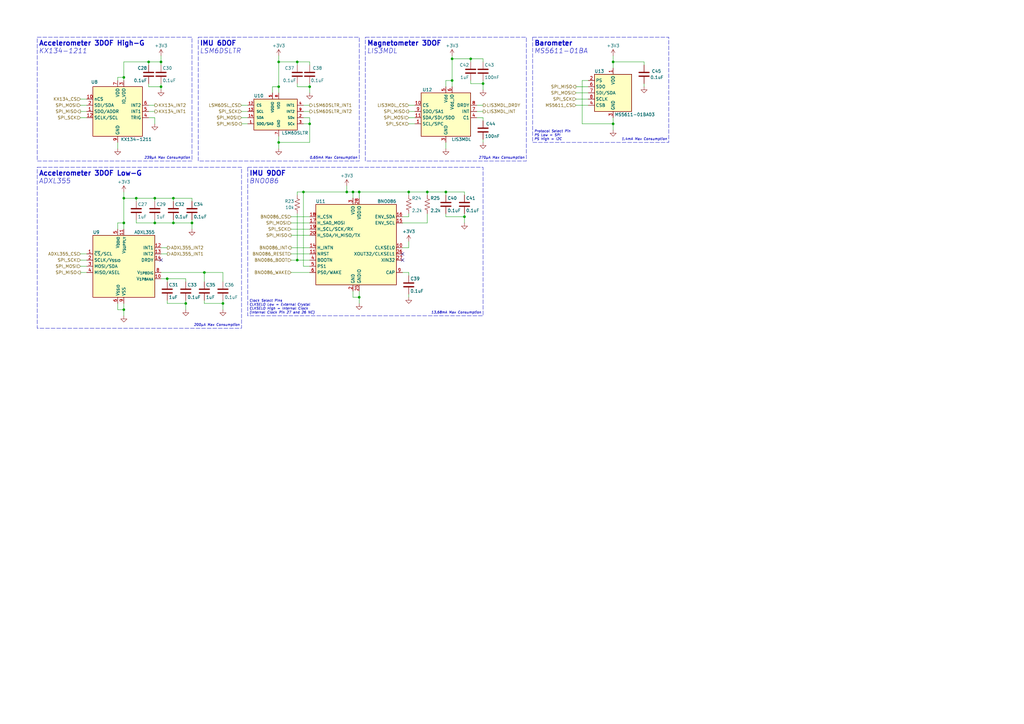
<source format=kicad_sch>
(kicad_sch (version 20231120) (generator "eeschema") (generator_version "8.0")
  (paper "A3")
  (title_block (title "MIDAS Sensors MK2") (date "2024-09-03") (rev "A") (company "Illinois Space Society") (comment 4 "Contributors: Peter Giannetos, Quinn Athas"))
  (lib_symbols
    (symbol "Device:C" (pin_numbers hide) (pin_names (offset 0.254))
      (property "Reference" "C" (at 0.635 2.54 0))
      (property "Value" "C" (at 0.635 -2.54 0))
      (symbol "C_0_1"
        (polyline (pts (xy -2.032 -0.762) (xy 2.032 -0.762)) (stroke (width 0.508)))
        (polyline (pts (xy -2.032 0.762) (xy 2.032 0.762)) (stroke (width 0.508)))
      )
      (symbol "C_1_1"
        (pin passive line (at 0 3.81 270) (length 2.794) (name "~") (number "1"))
        (pin passive line (at 0 -3.81 90) (length 2.794) (name "~") (number "2"))
      )
    )
    (symbol "Device:R_US" (pin_numbers hide) (pin_names (offset 0))
      (property "Reference" "R" (at 2.54 0 90))
      (property "Value" "R_US" (at -2.54 0 90))
      (symbol "R_US_0_1"
        (polyline (pts (xy 0 -2.286) (xy 0 -2.54)))
        (polyline (pts (xy 0 2.286) (xy 0 2.54)))
        (polyline (pts (xy 0 -0.762) (xy 1.016 -1.143) (xy 0 -1.524) (xy -1.016 -1.905) (xy 0 -2.286)))
        (polyline (pts (xy 0 0.762) (xy 1.016 0.381) (xy 0 0) (xy -1.016 -0.381) (xy 0 -0.762)))
        (polyline (pts (xy 0 2.286) (xy 1.016 1.905) (xy 0 1.524) (xy -1.016 1.143) (xy 0 0.762)))
      )
      (symbol "R_US_1_1"
        (pin passive line (at 0 3.81 270) (length 1.27) (name "~") (number "1"))
        (pin passive line (at 0 -3.81 90) (length 1.27) (name "~") (number "2"))
      )
    )
    (symbol "Sensor_Pressure:MS5611-01BA"
      (property "Reference" "U" (at -6.35 8.89 0))
      (property "Value" "MS5611-01BA" (at 7.62 8.89 0))
      (symbol "MS5611-01BA_0_1"
        (rectangle (start -7.62 7.62) (end 7.62 -7.62) (stroke (width 0.254)) (fill (type background)))
      )
      (symbol "MS5611-01BA_1_1"
        (pin power_in line (at 0 10.16 270) (length 2.54) (name "VDD") (number "1"))
        (pin input line (at -10.16 5.08 0) (length 2.54) (name "PS") (number "2"))
        (pin power_in line (at 0 -10.16 90) (length 2.54) (name "GND") (number "3"))
        (pin input line (at -10.16 -5.08 0) (length 2.54) (name "CSB") (number "4"))
        (pin input line (at -10.16 -5.08 0) (length 2.54) hide (name "CSB") (number "5"))
        (pin output line (at -10.16 2.54 0) (length 2.54) (name "SDO") (number "6"))
        (pin bidirectional line (at -10.16 0 0) (length 2.54) (name "SDI/SDA") (number "7"))
        (pin input line (at -10.16 -2.54 0) (length 2.54) (name "SCLK") (number "8"))
      )
    )
    (symbol "Sensors_Motion_Analog:ADXL355"
      (property "Reference" "U" (at -12.7 13.97 0))
      (property "Value" "ADXL355" (at 12.7 13.97 0))
      (symbol "ADXL355_0_0"
        (pin input line (at -15.24 5.08 0) (length 2.54) (name "~{CS}/SCL") (number "1"))
        (pin unspecified line (at 15.24 -5.08 180) (length 2.54) (name "V_{1P8ANA}") (number "10"))
        (pin power_in line (at 0 15.24 270) (length 2.54) (name "V_{SUPPLY}") (number "11"))
        (pin output line (at 15.24 7.62 180) (length 2.54) (name "INT1") (number "12"))
        (pin output line (at 15.24 5.08 180) (length 2.54) (name "INT2") (number "13"))
        (pin output line (at 15.24 2.54 180) (length 2.54) (name "DRDY") (number "14"))
        (pin input line (at -15.24 2.54 0) (length 2.54) (name "SCLK/V_{SSIO}") (number "2"))
        (pin bidirectional line (at -15.24 0 0) (length 2.54) (name "MOSI/SDA") (number "3"))
        (pin bidirectional line (at -15.24 -2.54 0) (length 2.54) (name "MISO/ASEL") (number "4"))
        (pin power_in line (at -2.54 15.24 270) (length 2.54) (name "V_{DDIO}") (number "5"))
        (pin power_in line (at -2.54 -15.24 90) (length 2.54) (name "V_{SSIO}") (number "6"))
        (pin unspecified line (at 15.24 -2.54 180) (length 2.54) (name "V_{1P8DIG}") (number "8"))
        (pin power_in line (at 0 -15.24 90) (length 2.54) (name "VSS") (number "9"))
      )
      (symbol "ADXL355_1_0"
        (pin no_connect line (at -15.24 -5.08 0) (length 2.54) hide (name "RESERVED") (number "7"))
      )
      (symbol "ADXL355_1_1"
        (rectangle (start -12.7 12.7) (end 12.7 -12.7) (stroke (width 0.254)) (fill (type background)))
      )
    )
    (symbol "Sensors_Motion_CEVA:BNO086"
      (property "Reference" "U" (at -15.24 16.51 0))
      (property "Value" "BNO086" (at 17.78 16.51 0))
      (symbol "BNO086_1_0"
        (pin no_connect line (at 20.32 -15.24 180) (length 2.54) hide (name "RESV_NC") (number "1"))
        (pin no_connect line (at 20.32 -15.24 180) (length 2.54) hide (name "RESV_NC") (number "12"))
        (pin no_connect line (at 20.32 -15.24 180) (length 2.54) hide (name "RESV_NC") (number "13"))
        (pin no_connect line (at 20.32 -15.24 180) (length 2.54) hide (name "RESV_NC") (number "21"))
        (pin no_connect line (at 20.32 -15.24 180) (length 2.54) hide (name "RESV_NC") (number "22"))
        (pin no_connect line (at 20.32 -15.24 180) (length 2.54) hide (name "RESV_NC") (number "23"))
        (pin no_connect line (at 20.32 -15.24 180) (length 2.54) hide (name "RESV_NC") (number "24"))
        (pin no_connect line (at 20.32 -15.24 180) (length 2.54) hide (name "RESV_NC") (number "7"))
        (pin no_connect line (at 20.32 -15.24 180) (length 2.54) hide (name "RESV_NC") (number "8"))
      )
      (symbol "BNO086_1_1"
        (rectangle (start -15.24 15.24) (end 17.78 -17.78) (stroke (width 0.254)) (fill (type background)))
        (pin input line (at 20.32 -2.54 180) (length 2.54) (name "CLKSEL0") (number "10"))
        (pin input line (at -17.78 -5.08 0) (length 2.54) (name "NRST") (number "11"))
        (pin output line (at -17.78 -2.54 0) (length 2.54) (name "H_INTN") (number "14"))
        (pin bidirectional line (at 20.32 7.62 180) (length 2.54) (name "ENV_SCL") (number "15"))
        (pin bidirectional line (at 20.32 10.16 180) (length 2.54) (name "ENV_SDA") (number "16"))
        (pin input line (at -17.78 7.62 0) (length 2.54) (name "H_SA0_MOSI") (number "17"))
        (pin input line (at -17.78 10.16 0) (length 2.54) (name "H_CSN") (number "18"))
        (pin bidirectional line (at -17.78 5.08 0) (length 2.54) (name "H_SCL/SCK/RX") (number "19"))
        (pin power_in line (at 0 -20.32 90) (length 2.54) (name "GND") (number "2"))
        (pin bidirectional line (at -17.78 2.54 0) (length 2.54) (name "H_SDA/H_MISO/TX") (number "20"))
        (pin power_in line (at 2.54 -20.32 90) (length 2.54) (name "GNDIO") (number "25"))
        (pin output line (at 20.32 -5.08 180) (length 2.54) (name "XOUT32/CLKSEL1") (number "26"))
        (pin input line (at 20.32 -7.62 180) (length 2.54) (name "XIN32") (number "27"))
        (pin power_in line (at 2.54 17.78 270) (length 2.54) (name "VDDIO") (number "28"))
        (pin power_in line (at 0 17.78 270) (length 2.54) (name "VDD") (number "3"))
        (pin input line (at -17.78 -7.62 0) (length 2.54) (name "BOOTN") (number "4"))
        (pin input line (at -17.78 -10.16 0) (length 2.54) (name "PS1") (number "5"))
        (pin input line (at -17.78 -12.7 0) (length 2.54) (name "PS0/WAKE") (number "6"))
        (pin passive line (at 20.32 -12.7 180) (length 2.54) (name "CAP") (number "9"))
      )
    )
    (symbol "Sensors_Motion_Kionix:KX134-1211"
      (property "Reference" "U" (at -10.16 12.065 0))
      (property "Value" "KX134-1211" (at 8.89 -12.065 0))
      (symbol "KX134-1211_0_0"
        (text "" (at -12.7 2.54 0) (effects (font (size 1.27 1.27))))
      )
      (symbol "KX134-1211_1_1"
        (rectangle (start -10.16 10.16) (end 10.16 -10.16) (stroke (width 0.254)) (fill (type background)))
        (pin bidirectional line (at -12.7 0 0) (length 2.54) (name "SDO/ADDR") (number "1"))
        (pin input line (at -12.7 5.08 0) (length 2.54) (name "nCS") (number "10"))
        (pin no_connect line (at 12.7 -7.62 180) (length 2.54) hide (name "NC") (number "11"))
        (pin input line (at -12.7 -2.54 0) (length 2.54) (name "SCLK/SCL") (number "12"))
        (pin bidirectional line (at -12.7 2.54 0) (length 2.54) (name "SDI/SDA") (number "2"))
        (pin power_in line (at 2.54 12.7 270) (length 2.54) (name "IO_VDD") (number "3"))
        (pin input line (at 12.7 -2.54 180) (length 2.54) (name "TRIG") (number "4"))
        (pin output line (at 12.7 0 180) (length 2.54) (name "INT1") (number "5"))
        (pin output line (at 12.7 2.54 180) (length 2.54) (name "INT2") (number "6"))
        (pin power_in line (at 0 12.7 270) (length 2.54) (name "VDD") (number "7"))
        (pin power_in line (at 0 -12.7 90) (length 2.54) hide (name "GND") (number "8"))
        (pin power_in line (at 0 -12.7 90) (length 2.54) (name "GND") (number "9"))
      )
    )
    (symbol "Sensors_Motion_STM:LIS3MDL"
      (property "Reference" "U" (at 9.525 11.43 0))
      (property "Value" "LIS3MDL" (at -7.62 11.43 0))
      (symbol "LIS3MDL_1_1"
        (rectangle (start -10.16 10.16) (end 10.16 -7.62) (stroke (width 0.254)) (fill (type background)))
        (pin input line (at -12.7 -2.54 0) (length 2.54) (name "SCL/SPC") (number "1"))
        (pin input line (at -12.7 5.08 0) (length 2.54) (name "CS") (number "10"))
        (pin input line (at -12.7 0 0) (length 2.54) (name "SDA/SDI/SDO") (number "11"))
        (pin power_in line (at 0 -10.16 90) (length 2.54) hide (name "Reserved") (number "12"))
        (pin power_in line (at 0 -10.16 90) (length 2.54) hide (name "Reserved") (number "2"))
        (pin power_in line (at 0 -10.16 90) (length 2.54) (name "GND") (number "3"))
        (pin input line (at 12.7 0 180) (length 2.54) (name "C1") (number "4"))
        (pin power_in line (at 0 12.7 270) (length 2.54) (name "Vdd") (number "5"))
        (pin power_in line (at 2.54 12.7 270) (length 2.54) (name "Vdd_IO") (number "6"))
        (pin output line (at 12.7 2.54 180) (length 2.54) (name "INT") (number "7"))
        (pin output line (at 12.7 5.08 180) (length 2.54) (name "DRDY") (number "8"))
        (pin output line (at -12.7 2.54 0) (length 2.54) (name "SDO/SA1") (number "9"))
      )
    )
    (symbol "Sensors_Motion_STM:LSM6DSLTR" (pin_names (offset 1.016))
      (property "Reference" "U" (at -10.1787 8.1437 0))
      (property "Value" "LSM6DSLTR" (at 1.27 8.255 0))
      (symbol "LSM6DSLTR_0_0"
        (pin bidirectional line (at -12.7 -2.54 0) (length 2.54) (name "SDO/SA0") (number "1"))
        (pin input line (at -12.7 5.08 0) (length 2.54) (name "CS") (number "12"))
        (pin bidirectional line (at 10.16 0 180) (length 2.54) (name "SDx") (number "2"))
        (pin bidirectional line (at 10.16 -2.54 180) (length 2.54) (name "SCx") (number "3"))
        (pin output line (at 10.16 5.08 180) (length 2.54) (name "INT1") (number "4"))
        (pin power_in line (at -2.54 10.16 270) (length 2.54) (name "VDDIO") (number "5"))
        (pin power_in line (at 0 10.16 270) (length 2.54) (name "VDD") (number "8"))
        (pin output line (at 10.16 2.54 180) (length 2.54) (name "INT2") (number "9"))
      )
      (symbol "LSM6DSLTR_1_0"
        (rectangle (start -10.16 7.62) (end 7.62 -5.08) (stroke (width 0.254)) (fill (type background)))
        (pin no_connect line (at 2.54 -7.62 90) (length 2.54) hide (name "NC") (number "10"))
        (pin no_connect line (at 2.54 -7.62 90) (length 2.54) hide (name "NC") (number "11"))
        (pin input line (at -12.7 2.54 0) (length 2.54) (name "SCL") (number "13"))
        (pin bidirectional line (at -12.7 0 0) (length 2.54) (name "SDA") (number "14"))
        (pin power_in line (at 0 -7.62 90) (length 2.54) hide (name "GND") (number "6"))
        (pin power_in line (at 0 -7.62 90) (length 2.54) (name "GND") (number "7"))
      )
    )
    (symbol "power:+3V3" (power) (pin_names (offset 0))
      (property "Value" "+3V3" (at 0 3.556 0))
      (symbol "+3V3_0_1"
        (polyline (pts (xy -0.762 1.27) (xy 0 2.54)))
        (polyline (pts (xy 0 0) (xy 0 2.54)))
        (polyline (pts (xy 0 2.54) (xy 0.762 1.27)))
      )
      (symbol "+3V3_1_1"
        (pin power_in line (at 0 0 90) (length 0) hide (name "+3V3") (number "1"))
      )
    )
    (symbol "power:GND" (power) (pin_names (offset 0))
      (property "Value" "GND" (at 0 -3.81 0))
      (symbol "GND_0_1"
        (polyline (pts (xy 0 0) (xy 0 -1.27) (xy 1.27 -1.27) (xy 0 -2.54) (xy -1.27 -1.27) (xy 0 -1.27)))
      )
      (symbol "GND_1_1"
        (pin power_in line (at 0 0 270) (length 0) hide (name "GND") (number "1"))
      )
    )
  )
  (junction (at 147.32 78.74))
  (junction (at 63.5 81.28))
  (junction (at 114.3 25.4))
  (junction (at 76.2 124.46))
  (junction (at 175.26 78.74))
  (junction (at 167.64 78.74))
  (junction (at 114.3 35.56))
  (junction (at 78.74 91.44))
  (junction (at 91.44 124.46))
  (junction (at 147.32 121.92))
  (junction (at 71.12 81.28))
  (junction (at 127 50.8))
  (junction (at 60.96 25.4))
  (junction (at 185.42 33.02))
  (junction (at 50.8 91.44))
  (junction (at 193.04 24.13))
  (junction (at 55.88 81.28))
  (junction (at 182.88 78.74))
  (junction (at 68.58 114.3))
  (junction (at 185.42 24.13))
  (junction (at 251.46 25.4))
  (junction (at 190.5 88.9))
  (junction (at 124.46 78.74))
  (junction (at 50.8 31.75))
  (junction (at 144.78 78.74))
  (junction (at 71.12 91.44))
  (junction (at 50.8 81.28))
  (junction (at 121.92 25.4))
  (junction (at 121.92 106.68))
  (junction (at 50.8 127))
  (junction (at 127 35.56))
  (junction (at 66.04 25.4))
  (junction (at 66.04 35.56))
  (junction (at 63.5 91.44))
  (junction (at 142.24 78.74))
  (junction (at 114.3 58.42))
  (junction (at 198.12 34.29))
  (junction (at 83.82 111.76))
  (junction (at 251.46 50.8))
  (no_connect (at 165.1 106.68))
  (no_connect (at 165.1 104.14))
  (no_connect (at 66.04 106.68))
  (wire (pts (xy 114.3 38.1) (xy 114.3 35.56)))
  (wire (pts (xy 33.02 48.26) (xy 35.56 48.26)))
  (wire (pts (xy 50.8 25.4) (xy 60.96 25.4)))
  (wire (pts (xy 91.44 127) (xy 91.44 124.46)))
  (wire (pts (xy 60.96 25.4) (xy 66.04 25.4)))
  (wire (pts (xy 119.38 91.44) (xy 127 91.44)))
  (wire (pts (xy 121.92 106.68) (xy 127 106.68)))
  (wire (pts (xy 198.12 33.02) (xy 198.12 34.29)))
  (wire (pts (xy 251.46 25.4) (xy 251.46 27.94)))
  (wire (pts (xy 236.22 38.1) (xy 241.3 38.1)))
  (wire (pts (xy 251.46 25.4) (xy 264.16 25.4)))
  (wire (pts (xy 251.46 50.8) (xy 251.46 48.26)))
  (wire (pts (xy 127 38.1) (xy 127 35.56)))
  (wire (pts (xy 198.12 57.15) (xy 198.12 58.42)))
  (wire (pts (xy 193.04 34.29) (xy 198.12 34.29)))
  (wire (pts (xy 60.96 35.56) (xy 60.96 34.29)))
  (wire (pts (xy 33.02 40.64) (xy 35.56 40.64)))
  (wire (pts (xy 121.92 25.4) (xy 121.92 26.67)))
  (wire (pts (xy 78.74 90.17) (xy 78.74 91.44)))
  (wire (pts (xy 48.26 124.46) (xy 48.26 127)))
  (wire (pts (xy 71.12 91.44) (xy 78.74 91.44)))
  (wire (pts (xy 238.76 50.8) (xy 251.46 50.8)))
  (wire (pts (xy 124.46 78.74) (xy 142.24 78.74)))
  (wire (pts (xy 251.46 53.34) (xy 251.46 50.8)))
  (wire (pts (xy 236.22 35.56) (xy 241.3 35.56)))
  (wire (pts (xy 147.32 78.74) (xy 147.32 81.28)))
  (wire (pts (xy 71.12 90.17) (xy 71.12 91.44)))
  (wire (pts (xy 147.32 119.38) (xy 147.32 121.92)))
  (wire (pts (xy 127 109.22) (xy 124.46 109.22)))
  (wire (pts (xy 66.04 104.14) (xy 68.58 104.14)))
  (wire (pts (xy 63.5 48.26) (xy 60.96 48.26)))
  (wire (pts (xy 114.3 58.42) (xy 114.3 60.96)))
  (wire (pts (xy 63.5 91.44) (xy 71.12 91.44)))
  (wire (pts (xy 33.02 45.72) (xy 35.56 45.72)))
  (wire (pts (xy 91.44 123.19) (xy 91.44 124.46)))
  (wire (pts (xy 198.12 36.83) (xy 198.12 34.29)))
  (wire (pts (xy 114.3 58.42) (xy 114.3 55.88)))
  (wire (pts (xy 198.12 48.26) (xy 198.12 49.53)))
  (wire (pts (xy 182.88 78.74) (xy 182.88 80.01)))
  (wire (pts (xy 165.1 91.44) (xy 175.26 91.44)))
  (wire (pts (xy 190.5 78.74) (xy 190.5 80.01)))
  (wire (pts (xy 185.42 33.02) (xy 185.42 24.13)))
  (wire (pts (xy 78.74 91.44) (xy 78.74 93.98)))
  (wire (pts (xy 66.04 25.4) (xy 66.04 26.67)))
  (wire (pts (xy 63.5 90.17) (xy 63.5 91.44)))
  (wire (pts (xy 50.8 25.4) (xy 50.8 31.75)))
  (wire (pts (xy 121.92 78.74) (xy 124.46 78.74)))
  (wire (pts (xy 76.2 114.3) (xy 76.2 115.57)))
  (wire (pts (xy 193.04 24.13) (xy 193.04 25.4)))
  (wire (pts (xy 114.3 25.4) (xy 114.3 35.56)))
  (wire (pts (xy 55.88 81.28) (xy 63.5 81.28)))
  (wire (pts (xy 99.06 45.72) (xy 101.6 45.72)))
  (wire (pts (xy 195.58 48.26) (xy 198.12 48.26)))
  (wire (pts (xy 167.64 78.74) (xy 175.26 78.74)))
  (wire (pts (xy 167.64 87.63) (xy 167.64 88.9)))
  (wire (pts (xy 167.64 48.26) (xy 170.18 48.26)))
  (wire (pts (xy 76.2 123.19) (xy 76.2 124.46)))
  (wire (pts (xy 144.78 81.28) (xy 144.78 78.74)))
  (wire (pts (xy 185.42 35.56) (xy 185.42 33.02)))
  (wire (pts (xy 50.8 91.44) (xy 50.8 93.98)))
  (wire (pts (xy 147.32 78.74) (xy 167.64 78.74)))
  (wire (pts (xy 241.3 33.02) (xy 238.76 33.02)))
  (wire (pts (xy 264.16 34.29) (xy 264.16 35.56)))
  (wire (pts (xy 147.32 121.92) (xy 147.32 124.46)))
  (wire (pts (xy 175.26 78.74) (xy 182.88 78.74)))
  (wire (pts (xy 48.26 93.98) (xy 48.26 91.44)))
  (wire (pts (xy 68.58 123.19) (xy 68.58 124.46)))
  (wire (pts (xy 167.64 120.65) (xy 167.64 121.92)))
  (wire (pts (xy 48.26 91.44) (xy 50.8 91.44)))
  (wire (pts (xy 182.88 78.74) (xy 190.5 78.74)))
  (wire (pts (xy 48.26 58.42) (xy 48.26 60.96)))
  (wire (pts (xy 50.8 124.46) (xy 50.8 127)))
  (wire (pts (xy 33.02 106.68) (xy 35.56 106.68)))
  (wire (pts (xy 60.96 35.56) (xy 66.04 35.56)))
  (wire (pts (xy 124.46 50.8) (xy 127 50.8)))
  (wire (pts (xy 71.12 81.28) (xy 71.12 82.55)))
  (wire (pts (xy 185.42 24.13) (xy 193.04 24.13)))
  (wire (pts (xy 124.46 45.72) (xy 127 45.72)))
  (wire (pts (xy 76.2 127) (xy 76.2 124.46)))
  (wire (pts (xy 66.04 114.3) (xy 68.58 114.3)))
  (wire (pts (xy 142.24 76.2) (xy 142.24 78.74)))
  (wire (pts (xy 127 35.56) (xy 127 34.29)))
  (wire (pts (xy 236.22 40.64) (xy 241.3 40.64)))
  (wire (pts (xy 124.46 48.26) (xy 127 48.26)))
  (wire (pts (xy 114.3 22.86) (xy 114.3 25.4)))
  (wire (pts (xy 167.64 45.72) (xy 170.18 45.72)))
  (wire (pts (xy 119.38 96.52) (xy 127 96.52)))
  (wire (pts (xy 91.44 111.76) (xy 91.44 115.57)))
  (wire (pts (xy 127 48.26) (xy 127 50.8)))
  (wire (pts (xy 66.04 111.76) (xy 83.82 111.76)))
  (wire (pts (xy 142.24 78.74) (xy 144.78 78.74)))
  (wire (pts (xy 71.12 81.28) (xy 78.74 81.28)))
  (wire (pts (xy 144.78 121.92) (xy 147.32 121.92)))
  (wire (pts (xy 190.5 91.44) (xy 190.5 88.9)))
  (wire (pts (xy 119.38 93.98) (xy 127 93.98)))
  (wire (pts (xy 63.5 81.28) (xy 71.12 81.28)))
  (wire (pts (xy 50.8 78.74) (xy 50.8 81.28)))
  (wire (pts (xy 238.76 33.02) (xy 238.76 50.8)))
  (wire (pts (xy 236.22 43.18) (xy 241.3 43.18)))
  (wire (pts (xy 55.88 90.17) (xy 55.88 91.44)))
  (wire (pts (xy 119.38 111.76) (xy 127 111.76)))
  (wire (pts (xy 251.46 22.86) (xy 251.46 25.4)))
  (wire (pts (xy 99.06 48.26) (xy 101.6 48.26)))
  (wire (pts (xy 33.02 111.76) (xy 35.56 111.76)))
  (wire (pts (xy 60.96 43.18) (xy 63.5 43.18)))
  (wire (pts (xy 198.12 24.13) (xy 198.12 25.4)))
  (wire (pts (xy 66.04 35.56) (xy 66.04 36.83)))
  (wire (pts (xy 190.5 87.63) (xy 190.5 88.9)))
  (wire (pts (xy 83.82 124.46) (xy 91.44 124.46)))
  (wire (pts (xy 68.58 114.3) (xy 76.2 114.3)))
  (wire (pts (xy 124.46 78.74) (xy 124.46 109.22)))
  (wire (pts (xy 48.26 127) (xy 50.8 127)))
  (wire (pts (xy 119.38 104.14) (xy 127 104.14)))
  (wire (pts (xy 48.26 31.75) (xy 50.8 31.75)))
  (wire (pts (xy 167.64 50.8) (xy 170.18 50.8)))
  (wire (pts (xy 121.92 35.56) (xy 121.92 34.29)))
  (wire (pts (xy 167.64 78.74) (xy 167.64 80.01)))
  (wire (pts (xy 127 25.4) (xy 127 26.67)))
  (wire (pts (xy 121.92 25.4) (xy 127 25.4)))
  (wire (pts (xy 144.78 119.38) (xy 144.78 121.92)))
  (wire (pts (xy 121.92 87.63) (xy 121.92 106.68)))
  (wire (pts (xy 33.02 104.14) (xy 35.56 104.14)))
  (wire (pts (xy 33.02 43.18) (xy 35.56 43.18)))
  (wire (pts (xy 121.92 35.56) (xy 127 35.56)))
  (wire (pts (xy 264.16 26.67) (xy 264.16 25.4)))
  (wire (pts (xy 66.04 35.56) (xy 66.04 34.29)))
  (wire (pts (xy 167.64 111.76) (xy 167.64 113.03)))
  (wire (pts (xy 127 50.8) (xy 127 58.42)))
  (wire (pts (xy 50.8 81.28) (xy 55.88 81.28)))
  (wire (pts (xy 48.26 33.02) (xy 48.26 31.75)))
  (wire (pts (xy 55.88 81.28) (xy 55.88 82.55)))
  (wire (pts (xy 165.1 101.6) (xy 167.64 101.6)))
  (wire (pts (xy 119.38 106.68) (xy 121.92 106.68)))
  (wire (pts (xy 114.3 35.56) (xy 111.76 35.56)))
  (wire (pts (xy 50.8 91.44) (xy 50.8 81.28)))
  (wire (pts (xy 193.04 24.13) (xy 198.12 24.13)))
  (wire (pts (xy 99.06 43.18) (xy 101.6 43.18)))
  (wire (pts (xy 111.76 35.56) (xy 111.76 38.1)))
  (wire (pts (xy 165.1 88.9) (xy 167.64 88.9)))
  (wire (pts (xy 182.88 88.9) (xy 190.5 88.9)))
  (wire (pts (xy 144.78 78.74) (xy 147.32 78.74)))
  (wire (pts (xy 182.88 58.42) (xy 182.88 60.96)))
  (wire (pts (xy 175.26 87.63) (xy 175.26 91.44)))
  (wire (pts (xy 63.5 50.8) (xy 63.5 48.26)))
  (wire (pts (xy 66.04 101.6) (xy 68.58 101.6)))
  (wire (pts (xy 50.8 31.75) (xy 50.8 33.02)))
  (wire (pts (xy 68.58 114.3) (xy 68.58 115.57)))
  (wire (pts (xy 78.74 81.28) (xy 78.74 82.55)))
  (wire (pts (xy 99.06 50.8) (xy 101.6 50.8)))
  (wire (pts (xy 121.92 78.74) (xy 121.92 80.01)))
  (wire (pts (xy 167.64 43.18) (xy 170.18 43.18)))
  (wire (pts (xy 127 58.42) (xy 114.3 58.42)))
  (wire (pts (xy 182.88 87.63) (xy 182.88 88.9)))
  (wire (pts (xy 83.82 123.19) (xy 83.82 124.46)))
  (wire (pts (xy 182.88 35.56) (xy 182.88 33.02)))
  (wire (pts (xy 68.58 124.46) (xy 76.2 124.46)))
  (wire (pts (xy 33.02 109.22) (xy 35.56 109.22)))
  (wire (pts (xy 165.1 111.76) (xy 167.64 111.76)))
  (wire (pts (xy 185.42 22.86) (xy 185.42 24.13)))
  (wire (pts (xy 60.96 26.67) (xy 60.96 25.4)))
  (wire (pts (xy 175.26 78.74) (xy 175.26 80.01)))
  (wire (pts (xy 119.38 101.6) (xy 127 101.6)))
  (wire (pts (xy 66.04 22.86) (xy 66.04 25.4)))
  (wire (pts (xy 182.88 33.02) (xy 185.42 33.02)))
  (wire (pts (xy 195.58 43.18) (xy 198.12 43.18)))
  (wire (pts (xy 55.88 91.44) (xy 63.5 91.44)))
  (wire (pts (xy 193.04 33.02) (xy 193.04 34.29)))
  (wire (pts (xy 167.64 101.6) (xy 167.64 99.06)))
  (wire (pts (xy 119.38 88.9) (xy 127 88.9)))
  (wire (pts (xy 60.96 45.72) (xy 63.5 45.72)))
  (wire (pts (xy 83.82 111.76) (xy 83.82 115.57)))
  (wire (pts (xy 63.5 81.28) (xy 63.5 82.55)))
  (wire (pts (xy 195.58 45.72) (xy 198.12 45.72)))
  (wire (pts (xy 83.82 111.76) (xy 91.44 111.76)))
  (wire (pts (xy 124.46 43.18) (xy 127 43.18)))
  (wire (pts (xy 50.8 129.54) (xy 50.8 127)))
  (wire (pts (xy 114.3 25.4) (xy 121.92 25.4)))
  (rectangle (start 81.28 15.24) (end 147.32 66.04) (stroke (width 0) (type dash)))
  (rectangle (start 15.24 15.24) (end 78.74 66.04) (stroke (width 0) (type dash)))
  (rectangle (start 218.44 15.24) (end 274.32 58.42) (stroke (width 0) (type dash)))
  (rectangle (start 15.24 68.58) (end 99.06 134.62) (stroke (width 0) (type dash)))
  (rectangle (start 101.6 68.58) (end 198.12 129.54) (stroke (width 0) (type dash)))
  (rectangle (start 149.86 15.24) (end 215.9 66.04) (stroke (width 0) (type dash)))
  (text "KX134-1211" (at 15.875 22.225 0) (effects (font (size 2 2) (italic yes)) (justify left bottom)))
  (text "BNO086" (at 102.235 75.565 0) (effects (font (size 2 2) (italic yes)) (justify left bottom)))
  (text "1.4mA Max Consumption" (at 273.685 57.785 0) (effects (font (size 1 1) (italic yes)) (justify right bottom)))
  (text "270μA Max Consumption\n" (at 215.265 65.405 0) (effects (font (size 1 1) (italic yes)) (justify right bottom)))
  (text "239μA Max Consumption\n" (at 78.105 65.405 0) (effects (font (size 1 1) (italic yes)) (justify right bottom)))
  (text "Accelerometer 3DOF Low-G\n" (at 15.875 72.39 0) (effects (font (size 2 2) (thickness 0.4) (bold yes)) (justify left bottom)))
  (text "Accelerometer 3DOF High-G " (at 15.875 19.05 0) (effects (font (size 2 2) (thickness 0.4) (bold yes)) (justify left bottom)))
  (text "0.65mA Max Consumption" (at 146.685 65.405 0) (effects (font (size 1 1) (italic yes)) (justify right bottom)))
  (text "IMU 9DOF" (at 102.235 72.39 0) (effects (font (size 2 2) (thickness 0.4) (bold yes)) (justify left bottom)))
  (text "MS5611-01BA" (at 219.075 22.225 0) (effects (font (size 2 2) (italic yes)) (justify left bottom)))
  (text "Clock Select Pins\nCLKSELO Low = External Crystal\nCLKSELO High = Internal Clock\n(Internal Clock Pin 27 and 26 NC)" (at 102.235 128.905 0) (effects (font (size 1 1) (italic yes)) (justify left bottom)))
  (text "LIS3MDL" (at 150.495 22.225 0) (effects (font (size 2 2) (italic yes)) (justify left bottom)))
  (text "13.68mA Max Consumption" (at 197.485 128.905 0) (effects (font (size 1 1) (italic yes)) (justify right bottom)))
  (text "ADXL355" (at 15.875 75.565 0) (effects (font (size 2 2) (italic yes)) (justify left bottom)))
  (text "IMU 6DOF" (at 81.915 19.05 0) (effects (font (size 2 2) (thickness 0.4) (bold yes)) (justify left bottom)))
  (text "Protocol Select Pin\nPS Low = SPI\nPS High = I2C" (at 219.075 57.785 0) (effects (font (size 1 1) (italic yes)) (justify left bottom)))
  (text "LSM6DSLTR" (at 81.915 22.225 0) (effects (font (size 2 2) (italic yes)) (justify left bottom)))
  (text "Barometer" (at 219.075 19.05 0) (effects (font (size 2 2) (thickness 0.4) (bold yes)) (justify left bottom)))
  (text "Magnetometer 3DOF" (at 150.495 19.05 0) (effects (font (size 2 2) (thickness 0.4) (bold yes)) (justify left bottom)))
  (text "200µA Max Consumption" (at 98.425 133.985 0) (effects (font (size 1 1) (italic yes)) (justify right bottom)))
  (hierarchical_label "LIS3MDL_INT" (shape output) (at 198.12 45.72 0))
  (hierarchical_label "SPI_MOSI" (shape input) (at 99.06 48.26 180))
  (hierarchical_label "LSM6DSL_CS" (shape input) (at 99.06 43.18 180))
  (hierarchical_label "SPI_MISO" (shape output) (at 99.06 50.8 180))
  (hierarchical_label "LIS3MDL_DRDY" (shape output) (at 198.12 43.18 0))
  (hierarchical_label "SPI_MOSI" (shape input) (at 33.02 43.18 180))
  (hierarchical_label "SPI_SCK" (shape input) (at 236.22 40.64 180))
  (hierarchical_label "SPI_MISO" (shape output) (at 119.38 96.52 180))
  (hierarchical_label "SPI_SCK" (shape input) (at 33.02 106.68 180))
  (hierarchical_label "SPI_MISO" (shape output) (at 167.64 45.72 180))
  (hierarchical_label "BNO086_WAKE" (shape input) (at 119.38 111.76 180))
  (hierarchical_label "ADXL355_CS" (shape input) (at 33.02 104.14 180))
  (hierarchical_label "SPI_MISO" (shape output) (at 236.22 35.56 180))
  (hierarchical_label "LIS3MDL_CS" (shape input) (at 167.64 43.18 180))
  (hierarchical_label "SPI_MOSI" (shape input) (at 119.38 91.44 180))
  (hierarchical_label "KX134_INT2" (shape output) (at 63.5 43.18 0))
  (hierarchical_label "SPI_SCK" (shape input) (at 33.02 48.26 180))
  (hierarchical_label "SPI_MOSI" (shape input) (at 236.22 38.1 180))
  (hierarchical_label "ADXL355_INT1" (shape output) (at 68.58 104.14 0))
  (hierarchical_label "MS5611_CS" (shape input) (at 236.22 43.18 180))
  (hierarchical_label "SPI_SCK" (shape input) (at 99.06 45.72 180))
  (hierarchical_label "BNO086_CS" (shape input) (at 119.38 88.9 180))
  (hierarchical_label "LSM6DSLTR_INT1" (shape output) (at 127 43.18 0))
  (hierarchical_label "SPI_MISO" (shape output) (at 33.02 45.72 180))
  (hierarchical_label "SPI_SCK" (shape input) (at 119.38 93.98 180))
  (hierarchical_label "ADXL355_INT2" (shape output) (at 68.58 101.6 0))
  (hierarchical_label "LSM6DSLTR_INT2" (shape output) (at 127 45.72 0))
  (hierarchical_label "KX134_CS" (shape input) (at 33.02 40.64 180))
  (hierarchical_label "SPI_MISO" (shape output) (at 33.02 111.76 180))
  (hierarchical_label "BNO086_RESET" (shape input) (at 119.38 104.14 180))
  (hierarchical_label "BNO086_BOOT" (shape input) (at 119.38 106.68 180))
  (hierarchical_label "SPI_MOSI" (shape input) (at 167.64 48.26 180))
  (hierarchical_label "KX134_INT1" (shape output) (at 63.5 45.72 0))
  (hierarchical_label "SPI_MOSI" (shape input) (at 33.02 109.22 180))
  (hierarchical_label "SPI_SCK" (shape input) (at 167.64 50.8 180))
  (hierarchical_label "BNO086_INT" (shape output) (at 119.38 101.6 180))
  (symbol (lib_id "power:GND") (at 91.44 127 0) (unit 1)
    (property "Reference" "#PWR048" (effects (hide yes)))
    (property "Value" "GND" (effects (hide yes)))
  )
  (symbol (lib_id "power:+3V3") (at 114.3 22.86 0) (unit 1)
    (property "Reference" "#PWR049" (effects (hide yes)))
    (property "Value" "+3V3" (at 114.3 18.7269 0))
  )
  (symbol (lib_id "power:GND") (at 167.64 121.92 0) (unit 1)
    (property "Reference" "#PWR055" (effects (hide yes)))
    (property "Value" "GND" (effects (hide yes)))
  )
  (symbol (lib_id "power:GND") (at 251.46 53.34 0) (unit 1)
    (property "Reference" "#PWR062" (effects (hide yes)))
    (property "Value" "GND" (effects (hide yes)))
  )
  (symbol (lib_id "power:GND") (at 76.2 127 0) (unit 1)
    (property "Reference" "#PWR046" (effects (hide yes)))
    (property "Value" "GND" (effects (hide yes)))
  )
  (symbol (lib_id "power:GND") (at 190.5 91.44 0) (unit 1)
    (property "Reference" "#PWR058" (effects (hide yes)))
    (property "Value" "GND" (effects (hide yes)))
  )
  (symbol (lib_id "power:+3V3") (at 251.46 22.86 0) (unit 1)
    (property "Reference" "#PWR061" (effects (hide yes)))
    (property "Value" "+3V3" (at 251.46 18.7269 0))
  )
  (symbol (lib_id "Device:C") (at 83.82 119.38 180) (unit 1)
    (property "Reference" "C35" (at 84.455 116.84 0) (effects (justify right)))
    (property "Value" "1uF" (at 84.455 121.92 0) (effects (justify right)))
    (property "Footprint" "Capacitor_SMD:C_0603_1608Metric" (effects (hide yes)))
  )
  (symbol (lib_id "Sensors_Motion_STM:LSM6DSLTR") (at 114.3 48.26 0) (unit 1)
    (property "Reference" "U10" (at 104.14 40.005 0) (effects (justify left bottom)))
    (property "Value" "LSM6DSLTR" (at 115.57 55.245 0) (effects (justify left bottom)))
    (property "Footprint" "Package_LGA:Bosch_LGA-14_3x2.5mm_P0.5mm" (effects (hide yes)))
    (property "Datasheet" "https://www.st.com/content/ccc/resource/technical/document/datasheet/ee/23/a0/dc/1d/68/45/52/DM00237456.pdf/files/DM00237456.pdf/jcr:content/translations/en.DM00237456.pdf" (effects (hide yes)))
  )
  (symbol (lib_id "Sensors_Motion_STM:LIS3MDL") (at 182.88 48.26 0) (unit 1)
    (property "Reference" "U12" (at 175.26 36.83 0))
    (property "Value" "LIS3MDL" (at 189.23 57.15 0))
    (property "Footprint" "Package_LGA:LGA-12_2x2mm_P0.5mm" (effects (hide yes)))
    (property "Datasheet" "https://www.st.com/content/ccc/resource/technical/document/datasheet/54/2a/85/76/e3/97/42/18/DM00075867.pdf/files/DM00075867.pdf/jcr:content/translations/en.DM00075867.pdf" (effects (hide yes)))
  )
  (symbol (lib_id "power:+3V3") (at 185.42 22.86 0) (unit 1)
    (property "Reference" "#PWR057" (effects (hide yes)))
    (property "Value" "+3V3" (at 185.42 18.7269 0))
  )
  (symbol (lib_id "power:GND") (at 198.12 58.42 0) (unit 1)
    (property "Reference" "#PWR060" (effects (hide yes)))
    (property "Value" "GND" (effects (hide yes)))
  )
  (symbol (lib_id "Device:C") (at 91.44 119.38 0) (mirror y) (unit 1)
    (property "Reference" "C36" (at 92.075 116.84 0) (effects (justify right)))
    (property "Value" "0.1uF" (at 92.075 121.92 0) (effects (justify right)))
    (property "Footprint" "Capacitor_SMD:C_0603_1608Metric" (effects (hide yes)))
  )
  (symbol (lib_id "Device:C") (at 63.5 86.36 180) (unit 1)
    (property "Reference" "C29" (at 64.135 83.82 0) (effects (justify right)))
    (property "Value" "1uF" (at 64.135 88.9 0) (effects (justify right)))
    (property "Footprint" "Capacitor_SMD:C_0603_1608Metric" (effects (hide yes)))
  )
  (symbol (lib_id "power:GND") (at 147.32 124.46 0) (unit 1)
    (property "Reference" "#PWR053" (effects (hide yes)))
    (property "Value" "GND" (effects (hide yes)))
  )
  (symbol (lib_id "Device:C") (at 264.16 30.48 0) (unit 1)
    (property "Reference" "C45" (at 269.24 29.21 0))
    (property "Value" "0.1uF" (at 266.7 31.75 0) (effects (justify left)))
    (property "Footprint" "Capacitor_SMD:C_0603_1608Metric" (effects (hide yes)))
  )
  (symbol (lib_id "power:+3V3") (at 167.64 99.06 0) (unit 1)
    (property "Reference" "#PWR054" (effects (hide yes)))
    (property "Value" "+3V3" (at 167.64 94.9269 0))
  )
  (symbol (lib_id "Device:C") (at 182.88 83.82 0) (unit 1)
    (property "Reference" "C40" (at 183.515 81.28 0) (effects (justify left)))
    (property "Value" "0.1uF" (at 183.515 86.36 0) (effects (justify left)))
    (property "Footprint" "Capacitor_SMD:C_0603_1608Metric" (effects (hide yes)))
  )
  (symbol (lib_id "Device:C") (at 76.2 119.38 0) (mirror y) (unit 1)
    (property "Reference" "C33" (at 76.835 116.84 0) (effects (justify right)))
    (property "Value" "0.1uF" (at 76.835 121.92 0) (effects (justify right)))
    (property "Footprint" "Capacitor_SMD:C_0603_1608Metric" (effects (hide yes)))
  )
  (symbol (lib_id "Device:C") (at 190.5 83.82 0) (unit 1)
    (property "Reference" "C41" (at 191.135 81.28 0) (effects (justify left)))
    (property "Value" "0.1uF" (at 191.135 86.36 0) (effects (justify left)))
    (property "Footprint" "Capacitor_SMD:C_0603_1608Metric" (effects (hide yes)))
  )
  (symbol (lib_id "Device:R_US") (at 167.64 83.82 180) (unit 1)
    (property "Reference" "R24" (at 168.91 81.28 0) (effects (justify right)))
    (property "Value" "2.2k" (at 168.91 86.36 0) (effects (justify right)))
    (property "Footprint" "Resistor_SMD:R_0603_1608Metric" (effects (hide yes)))
  )
  (symbol (lib_id "Sensor_Pressure:MS5611-01BA") (at 251.46 38.1 0) (unit 1)
    (property "Reference" "U13" (at 243.84 29.21 0) (effects (justify left)))
    (property "Value" "MS5611-01BA03" (at 252.095 46.99 0) (effects (justify left)))
    (property "Footprint" "Package_LGA:LGA-8_3x5mm_P1.25mm" (effects (hide yes)))
    (property "Datasheet" "https://www.te.com/commerce/DocumentDelivery/DDEController?Action=srchrtrv&DocNm=MS5611-01BA03&DocType=Data+Sheet&DocLang=English" (effects (hide yes)))
  )
  (symbol (lib_id "Device:C") (at 68.58 119.38 180) (unit 1)
    (property "Reference" "C31" (at 69.215 116.84 0) (effects (justify right)))
    (property "Value" "1uF" (at 69.215 121.92 0) (effects (justify right)))
    (property "Footprint" "Capacitor_SMD:C_0603_1608Metric" (effects (hide yes)))
  )
  (symbol (lib_id "Device:C") (at 71.12 86.36 0) (mirror y) (unit 1)
    (property "Reference" "C32" (at 71.755 83.82 0) (effects (justify right)))
    (property "Value" "0.1uF" (at 71.755 88.9 0) (effects (justify right)))
    (property "Footprint" "Capacitor_SMD:C_0603_1608Metric" (effects (hide yes)))
  )
  (symbol (lib_id "power:+3V3") (at 50.8 78.74 0) (unit 1)
    (property "Reference" "#PWR041" (effects (hide yes)))
    (property "Value" "+3V3" (at 50.8 74.6069 0))
  )
  (symbol (lib_id "power:+3V3") (at 142.24 76.2 0) (unit 1)
    (property "Reference" "#PWR052" (effects (hide yes)))
    (property "Value" "+3V3" (at 142.24 72.0669 0))
  )
  (symbol (lib_id "Sensors_Motion_CEVA:BNO086") (at 144.78 99.06 0) (unit 1)
    (property "Reference" "U11" (at 129.54 82.55 0) (effects (justify left)))
    (property "Value" "BNO086" (at 162.56 82.55 0) (effects (justify right)))
    (property "Footprint" "Package_LGA:LGA-28_5.2x3.8mm_P0.5mm" (effects (hide yes)))
    (property "Datasheet" "https://www.ceva-dsp.com/wp-content/uploads/2019/10/BNO080_085-Datasheet.pdf" (effects (hide yes)))
  )
  (symbol (lib_id "power:GND") (at 63.5 50.8 0) (unit 1)
    (property "Reference" "#PWR043" (effects (hide yes)))
    (property "Value" "GND" (effects (hide yes)))
  )
  (symbol (lib_id "Device:R_US") (at 121.92 83.82 180) (unit 1)
    (property "Reference" "R23" (at 120.65 82.55 0) (effects (justify left)))
    (property "Value" "10k" (at 120.65 85.09 0) (effects (justify left)))
    (property "Footprint" "Resistor_SMD:R_0603_1608Metric" (effects (hide yes)))
  )
  (symbol (lib_id "power:GND") (at 114.3 60.96 0) (unit 1)
    (property "Reference" "#PWR050" (effects (hide yes)))
    (property "Value" "GND" (effects (hide yes)))
  )
  (symbol (lib_id "Sensors_Motion_Analog:ADXL355") (at 50.8 109.22 0) (unit 1)
    (property "Reference" "U9" (at 38.1 95.25 0) (effects (justify left)))
    (property "Value" "ADXL355" (at 63.5 95.25 0) (effects (justify right)))
    (property "Footprint" "Sensor_Motion_Analog:Analog_LGA_14-7.4x7.4mm" (effects (hide yes)))
    (property "Datasheet" "https://www.analog.com/media/en/technical-documentation/data-sheets/adxl354_adxl355.pdf" (effects (hide yes)))
  )
  (symbol (lib_id "Device:C") (at 66.04 30.48 0) (unit 1)
    (property "Reference" "C30" (at 66.675 27.94 0) (effects (justify left)))
    (property "Value" "0.1uF" (at 66.675 33.02 0) (effects (justify left)))
    (property "Footprint" "Capacitor_SMD:C_0603_1608Metric" (effects (hide yes)))
  )
  (symbol (lib_id "Device:C") (at 127 30.48 0) (mirror y) (unit 1)
    (property "Reference" "C38" (at 130.175 27.94 0))
    (property "Value" "0.1uF" (at 130.175 33.02 0))
    (property "Footprint" "Capacitor_SMD:C_0603_1608Metric" (effects (hide yes)))
  )
  (symbol (lib_id "Device:C") (at 193.04 29.21 180) (unit 1)
    (property "Reference" "C42" (at 192.405 26.67 0) (effects (justify left)))
    (property "Value" "1uF" (at 192.405 31.75 0) (effects (justify left)))
    (property "Footprint" "Capacitor_SMD:C_0603_1608Metric" (effects (hide yes)))
  )
  (symbol (lib_id "Device:C") (at 198.12 29.21 180) (unit 1)
    (property "Reference" "C43" (at 198.755 26.67 0) (effects (justify right)))
    (property "Value" "100nF" (at 198.755 31.75 0) (effects (justify right)))
    (property "Footprint" "Capacitor_SMD:C_0603_1608Metric" (effects (hide yes)))
  )
  (symbol (lib_id "power:GND") (at 78.74 93.98 0) (unit 1)
    (property "Reference" "#PWR047" (effects (hide yes)))
    (property "Value" "GND" (effects (hide yes)))
  )
  (symbol (lib_id "Sensors_Motion_Kionix:KX134-1211") (at 48.26 45.72 0) (unit 1)
    (property "Reference" "U8" (at 38.735 33.655 0))
    (property "Value" "KX134-1211" (at 55.88 57.15 0))
    (property "Footprint" "Package_LGA:LGA-12_2x2mm_P0.5mm" (effects (hide yes)))
    (property "Datasheet" "https://kionixfs.azureedge.net/en/datasheet/kx134-1211-e.pdf" (effects (hide yes)))
  )
  (symbol (lib_id "Device:C") (at 167.64 116.84 0) (unit 1)
    (property "Reference" "C39" (at 168.275 114.3 0) (effects (justify left)))
    (property "Value" "0.1uF" (at 168.275 119.38 0) (effects (justify left)))
    (property "Footprint" "Capacitor_SMD:C_0603_1608Metric" (effects (hide yes)))
  )
  (symbol (lib_id "power:GND") (at 198.12 36.83 0) (unit 1)
    (property "Reference" "#PWR059" (effects (hide yes)))
    (property "Value" "GND" (effects (hide yes)))
  )
  (symbol (lib_id "power:+3V3") (at 66.04 22.86 0) (unit 1)
    (property "Reference" "#PWR044" (effects (hide yes)))
    (property "Value" "+3V3" (at 66.04 18.7269 0))
  )
  (symbol (lib_id "Device:C") (at 121.92 30.48 0) (unit 1)
    (property "Reference" "C37" (at 118.745 27.94 0))
    (property "Value" "0.1uF" (at 118.745 33.02 0))
    (property "Footprint" "Capacitor_SMD:C_0603_1608Metric" (effects (hide yes)))
  )
  (symbol (lib_id "power:GND") (at 264.16 35.56 0) (unit 1)
    (property "Reference" "#PWR063" (effects (hide yes)))
    (property "Value" "GND" (effects (hide yes)))
  )
  (symbol (lib_id "Device:C") (at 55.88 86.36 180) (unit 1)
    (property "Reference" "C27" (at 56.515 83.82 0) (effects (justify right)))
    (property "Value" "1uF" (at 56.515 88.9 0) (effects (justify right)))
    (property "Footprint" "Capacitor_SMD:C_0603_1608Metric" (effects (hide yes)))
  )
  (symbol (lib_id "Device:C") (at 78.74 86.36 0) (unit 1)
    (property "Reference" "C34" (at 79.375 83.82 0) (effects (justify left)))
    (property "Value" "0.1uF" (at 79.375 88.9 0) (effects (justify left)))
    (property "Footprint" "Capacitor_SMD:C_0603_1608Metric" (effects (hide yes)))
  )
  (symbol (lib_id "power:GND") (at 48.26 60.96 0) (unit 1)
    (property "Reference" "#PWR040" (effects (hide yes)))
    (property "Value" "GND" (effects (hide yes)))
  )
  (symbol (lib_id "power:GND") (at 182.88 60.96 0) (unit 1)
    (property "Reference" "#PWR056" (effects (hide yes)))
    (property "Value" "GND" (effects (hide yes)))
  )
  (symbol (lib_id "power:GND") (at 66.04 36.83 0) (unit 1)
    (property "Reference" "#PWR045" (effects (hide yes)))
    (property "Value" "GND" (effects (hide yes)))
  )
  (symbol (lib_id "power:GND") (at 50.8 129.54 0) (unit 1)
    (property "Reference" "#PWR042" (effects (hide yes)))
    (property "Value" "GND" (effects (hide yes)))
  )
  (symbol (lib_id "Device:C") (at 60.96 30.48 180) (unit 1)
    (property "Reference" "C28" (at 60.325 27.94 0) (effects (justify left)))
    (property "Value" "0.1uF" (at 60.325 33.02 0) (effects (justify left)))
    (property "Footprint" "Capacitor_SMD:C_0603_1608Metric" (effects (hide yes)))
  )
  (symbol (lib_id "Device:R_US") (at 175.26 83.82 180) (unit 1)
    (property "Reference" "R25" (at 176.53 81.28 0) (effects (justify right)))
    (property "Value" "2.2k" (at 176.53 86.36 0) (effects (justify right)))
    (property "Footprint" "Resistor_SMD:R_0603_1608Metric" (effects (hide yes)))
  )
  (symbol (lib_id "power:GND") (at 127 38.1 0) (unit 1)
    (property "Reference" "#PWR051" (effects (hide yes)))
    (property "Value" "GND" (effects (hide yes)))
  )
  (symbol (lib_id "Device:C") (at 198.12 53.34 0) (mirror x) (unit 1)
    (property "Reference" "C44" (at 201.295 50.8 0))
    (property "Value" "100nF" (at 201.93 55.88 0))
    (property "Footprint" "Capacitor_SMD:C_0603_1608Metric" (effects (hide yes)))
  )
)
</source>
